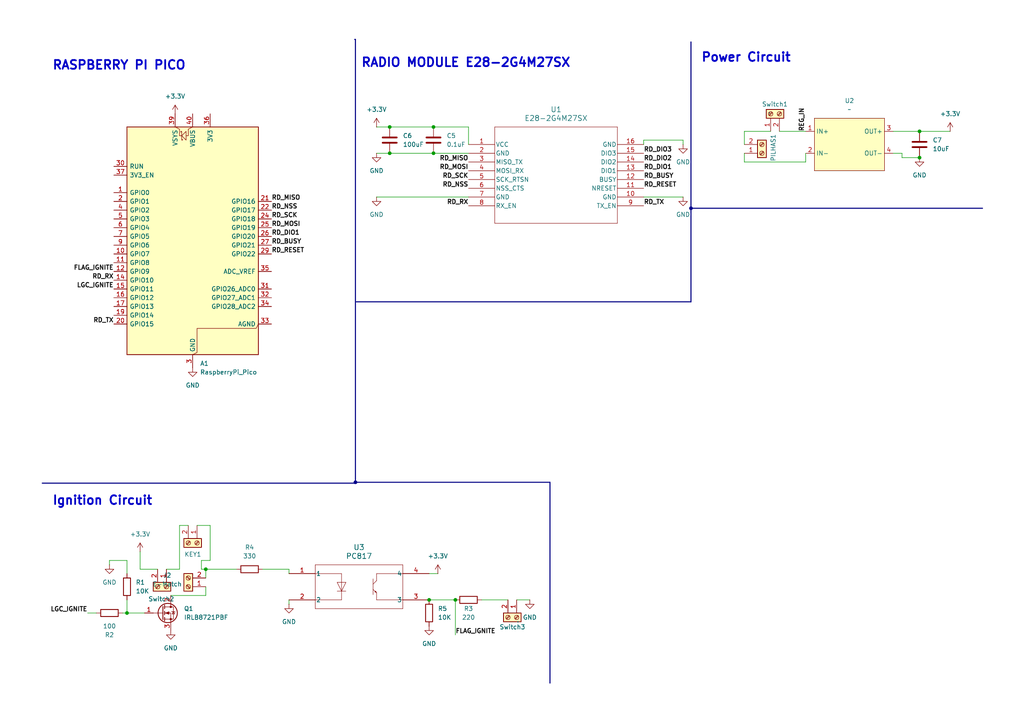
<source format=kicad_sch>
(kicad_sch (version 20250114) (generator "eeschema") (generator_version "9.0")
  (paper "A4")
  (lib_symbols
    (symbol "Connector:Screw_Terminal_01x02" (pin_names (offset 1.016) (hide yes))
      (property "Reference" "J" (at 0 2.54 0))
      (property "Value" "Screw_Terminal_01x02" (at 0 -5.08 0))
      (symbol "Screw_Terminal_01x02_1_1"
        (rectangle (start -1.27 1.27) (end 1.27 -3.81) (stroke (width 0.254)) (fill (type background)))
        (polyline (pts (xy -0.5334 0.3302) (xy 0.3302 -0.508)) (stroke (width 0.1524)))
        (polyline (pts (xy -0.5334 -2.2098) (xy 0.3302 -3.048)) (stroke (width 0.1524)))
        (polyline (pts (xy -0.3556 0.508) (xy 0.508 -0.3302)) (stroke (width 0.1524)))
        (polyline (pts (xy -0.3556 -2.032) (xy 0.508 -2.8702)) (stroke (width 0.1524)))
        (circle (center 0 0) (radius 0.635) (stroke (width 0.1524)))
        (circle (center 0 -2.54) (radius 0.635) (stroke (width 0.1524)))
        (pin passive line (at -5.08 0 0) (length 3.81) (name "Pin_1") (number "1"))
        (pin passive line (at -5.08 -2.54 0) (length 3.81) (name "Pin_2") (number "2"))
      )
    )
    (symbol "Device:C" (pin_numbers (hide yes)) (pin_names (offset 0.254))
      (property "Reference" "C" (at 0.635 2.54 0))
      (property "Value" "C" (at 0.635 -2.54 0))
      (symbol "C_0_1"
        (polyline (pts (xy -2.032 0.762) (xy 2.032 0.762)) (stroke (width 0.508)))
        (polyline (pts (xy -2.032 -0.762) (xy 2.032 -0.762)) (stroke (width 0.508)))
      )
      (symbol "C_1_1"
        (pin passive line (at 0 3.81 270) (length 2.794) (name "~") (number "1"))
        (pin passive line (at 0 -3.81 90) (length 2.794) (name "~") (number "2"))
      )
    )
    (symbol "Device:R" (pin_numbers (hide yes)) (pin_names (offset 0))
      (property "Reference" "R" (at 2.032 0 90))
      (property "Value" "R" (at 0 0 90))
      (symbol "R_0_1"
        (rectangle (start -1.016 -2.54) (end 1.016 2.54) (stroke (width 0.254)))
      )
      (symbol "R_1_1"
        (pin passive line (at 0 3.81 270) (length 1.27) (name "~") (number "1"))
        (pin passive line (at 0 -3.81 90) (length 1.27) (name "~") (number "2"))
      )
    )
    (symbol "MCU_Module:RaspberryPi_Pico" (pin_names (offset 0.762))
      (property "Reference" "A" (at -19.05 35.56 0))
      (property "Value" "RaspberryPi_Pico" (at 7.62 35.56 0))
      (symbol "RaspberryPi_Pico_0_1"
        (rectangle (start -19.05 34.29) (end 19.05 -31.75) (stroke (width 0.254)) (fill (type background)))
        (polyline (pts (xy -5.08 34.29) (xy -3.81 33.655) (xy -3.81 31.75) (xy -3.175 31.75)))
        (polyline (pts (xy -3.429 32.766) (xy -3.429 33.02) (xy -3.175 33.02) (xy -3.175 30.48) (xy -2.921 30.48) (xy -2.921 30.734)))
        (polyline (pts (xy -3.175 31.75) (xy -1.905 33.02) (xy -1.905 30.48) (xy -3.175 31.75)))
        (polyline (pts (xy 0 34.29) (xy -1.27 33.655) (xy -1.27 31.75) (xy -1.905 31.75)))
        (polyline (pts (xy 0 -31.75) (xy 1.27 -31.115) (xy 1.27 -24.13) (xy 18.415 -24.13) (xy 19.05 -22.86)))
      )
      (symbol "RaspberryPi_Pico_1_1"
        (pin passive line (at -22.86 22.86 0) (length 3.81) (name "RUN") (number "30"))
        (pin passive line (at -22.86 20.32 0) (length 3.81) (name "3V3_EN") (number "37"))
        (pin bidirectional line (at -22.86 15.24 0) (length 3.81) (name "GPIO0") (number "1"))
        (pin bidirectional line (at -22.86 12.7 0) (length 3.81) (name "GPIO1") (number "2"))
        (pin bidirectional line (at -22.86 10.16 0) (length 3.81) (name "GPIO2") (number "4"))
        (pin bidirectional line (at -22.86 7.62 0) (length 3.81) (name "GPIO3") (number "5"))
        (pin bidirectional line (at -22.86 5.08 0) (length 3.81) (name "GPIO4") (number "6"))
        (pin bidirectional line (at -22.86 2.54 0) (length 3.81) (name "GPIO5") (number "7"))
        (pin bidirectional line (at -22.86 0 0) (length 3.81) (name "GPIO6") (number "9"))
        (pin bidirectional line (at -22.86 -2.54 0) (length 3.81) (name "GPIO7") (number "10"))
        (pin bidirectional line (at -22.86 -5.08 0) (length 3.81) (name "GPIO8") (number "11"))
        (pin bidirectional line (at -22.86 -7.62 0) (length 3.81) (name "GPIO9") (number "12"))
        (pin bidirectional line (at -22.86 -10.16 0) (length 3.81) (name "GPIO10") (number "14"))
        (pin bidirectional line (at -22.86 -12.7 0) (length 3.81) (name "GPIO11") (number "15"))
        (pin bidirectional line (at -22.86 -15.24 0) (length 3.81) (name "GPIO12") (number "16"))
        (pin bidirectional line (at -22.86 -17.78 0) (length 3.81) (name "GPIO13") (number "17"))
        (pin bidirectional line (at -22.86 -20.32 0) (length 3.81) (name "GPIO14") (number "19"))
        (pin bidirectional line (at -22.86 -22.86 0) (length 3.81) (name "GPIO15") (number "20"))
        (pin power_in line (at -5.08 38.1 270) (length 3.81) (name "VSYS") (number "39"))
        (pin power_out line (at 0 38.1 270) (length 3.81) (name "VBUS") (number "40"))
        (pin passive line (at 0 -35.56 90) (length 3.81) (hide yes) (name "GND") (number "13"))
        (pin passive line (at 0 -35.56 90) (length 3.81) (hide yes) (name "GND") (number "18"))
        (pin passive line (at 0 -35.56 90) (length 3.81) (hide yes) (name "GND") (number "23"))
        (pin passive line (at 0 -35.56 90) (length 3.81) (hide yes) (name "GND") (number "28"))
        (pin power_out line (at 0 -35.56 90) (length 3.81) (name "GND") (number "3"))
        (pin passive line (at 0 -35.56 90) (length 3.81) (hide yes) (name "GND") (number "38"))
        (pin passive line (at 0 -35.56 90) (length 3.81) (hide yes) (name "GND") (number "8"))
        (pin power_out line (at 5.08 38.1 270) (length 3.81) (name "3V3") (number "36"))
        (pin bidirectional line (at 22.86 12.7 180) (length 3.81) (name "GPIO16") (number "21"))
        (pin bidirectional line (at 22.86 10.16 180) (length 3.81) (name "GPIO17") (number "22"))
        (pin bidirectional line (at 22.86 7.62 180) (length 3.81) (name "GPIO18") (number "24"))
        (pin bidirectional line (at 22.86 5.08 180) (length 3.81) (name "GPIO19") (number "25"))
        (pin bidirectional line (at 22.86 2.54 180) (length 3.81) (name "GPIO20") (number "26"))
        (pin bidirectional line (at 22.86 0 180) (length 3.81) (name "GPIO21") (number "27"))
        (pin bidirectional line (at 22.86 -2.54 180) (length 3.81) (name "GPIO22") (number "29"))
        (pin power_in line (at 22.86 -7.62 180) (length 3.81) (name "ADC_VREF") (number "35"))
        (pin bidirectional line (at 22.86 -12.7 180) (length 3.81) (name "GPIO26_ADC0") (number "31"))
        (pin bidirectional line (at 22.86 -15.24 180) (length 3.81) (name "GPIO27_ADC1") (number "32"))
        (pin bidirectional line (at 22.86 -17.78 180) (length 3.81) (name "GPIO28_ADC2") (number "34"))
        (pin power_out line (at 22.86 -22.86 180) (length 3.81) (name "AGND") (number "33"))
      )
    )
    (symbol "Mini Dc-Dc:MiniDCDCBoost"
      (property "Reference" "U" (at 0 0 0))
      (symbol "MiniDCDCBoost_1_1"
        (rectangle (start -10.16 7.62) (end 10.16 -7.62) (fill (type background)))
        (pin input line (at -12.7 3.81 0) (length 2.54) (name "IN+") (number "1"))
        (pin input line (at -12.7 -2.54 0) (length 2.54) (name "IN-") (number "2"))
        (pin output line (at 12.7 3.81 180) (length 2.54) (name "OUT+") (number "3"))
        (pin output line (at 12.7 -2.54 180) (length 2.54) (name "OUT-") (number "4"))
      )
    )
    (symbol "Modulo.E28-2G4M27SX:E28-2G4M27SX" (pin_names (offset 0.254))
      (property "Reference" "U" (at 25.4 10.16 0))
      (property "Value" "E28-2G4M27SX" (at 25.4 7.62 0))
      (symbol "E28-2G4M27SX_0_1"
        (polyline (pts (xy 7.62 5.08) (xy 7.62 -22.86)) (stroke (width 0.127)))
        (polyline (pts (xy 7.62 -22.86) (xy 43.18 -22.86)) (stroke (width 0.127)))
        (polyline (pts (xy 43.18 5.08) (xy 7.62 5.08)) (stroke (width 0.127)))
        (polyline (pts (xy 43.18 -22.86) (xy 43.18 5.08)) (stroke (width 0.127)))
        (pin power_in line (at 0 0 0) (length 7.62) (name "VCC") (number "1"))
        (pin power_out line (at 0 -2.54 0) (length 7.62) (name "GND") (number "2"))
        (pin output line (at 0 -5.08 0) (length 7.62) (name "MISO_TX") (number "3"))
        (pin input line (at 0 -7.62 0) (length 7.62) (name "MOSI_RX") (number "4"))
        (pin input line (at 0 -10.16 0) (length 7.62) (name "SCK_RTSN") (number "5"))
        (pin input line (at 0 -12.7 0) (length 7.62) (name "NSS_CTS") (number "6"))
        (pin power_out line (at 0 -15.24 0) (length 7.62) (name "GND") (number "7"))
        (pin input line (at 0 -17.78 0) (length 7.62) (name "RX_EN") (number "8"))
        (pin power_out line (at 50.8 0 180) (length 7.62) (name "GND") (number "16"))
        (pin bidirectional line (at 50.8 -2.54 180) (length 7.62) (name "DIO3") (number "15"))
        (pin bidirectional line (at 50.8 -5.08 180) (length 7.62) (name "DIO2") (number "14"))
        (pin bidirectional line (at 50.8 -7.62 180) (length 7.62) (name "DIO1") (number "13"))
        (pin output line (at 50.8 -10.16 180) (length 7.62) (name "BUSY") (number "12"))
        (pin input line (at 50.8 -12.7 180) (length 7.62) (name "NRESET") (number "11"))
        (pin power_out line (at 50.8 -15.24 180) (length 7.62) (name "GND") (number "10"))
        (pin input line (at 50.8 -17.78 180) (length 7.62) (name "TX_EN") (number "9"))
      )
    )
    (symbol "PC817:PC817" (pin_names (offset 0.254))
      (property "Reference" "U" (at 20.32 7.62 0))
      (property "Value" "PC817" (at 20.32 7.62 0))
      (symbol "PC817_0_1"
        (polyline (pts (xy 7.62 2.54) (xy 7.62 -10.16)) (stroke (width 0.127)))
        (polyline (pts (xy 7.62 0) (xy 15.24 0)) (stroke (width 0.127)))
        (polyline (pts (xy 7.62 -10.16) (xy 33.02 -10.16)) (stroke (width 0.127)))
        (polyline (pts (xy 13.97 -2.54) (xy 15.24 -5.08)) (stroke (width 0.127)))
        (polyline (pts (xy 13.97 -2.54) (xy 16.51 -2.54)) (stroke (width 0.127)))
        (polyline (pts (xy 13.97 -5.08) (xy 16.51 -5.08)) (stroke (width 0.127)))
        (polyline (pts (xy 15.24 0) (xy 15.24 -7.62)) (stroke (width 0.127)))
        (polyline (pts (xy 15.24 -5.08) (xy 16.51 -2.54)) (stroke (width 0.127)))
        (polyline (pts (xy 15.24 -7.62) (xy 7.62 -7.62)) (stroke (width 0.127)))
        (polyline (pts (xy 24.384 -1.524) (xy 24.384 -6.096)) (stroke (width 0.127)))
        (polyline (pts (xy 25.146 -5.334) (xy 24.384 -4.572)) (stroke (width 0.127)))
        (polyline (pts (xy 25.4 0) (xy 25.4 -2.032)) (stroke (width 0.127)))
        (polyline (pts (xy 25.4 0) (xy 33.02 0)) (stroke (width 0.127)))
        (polyline (pts (xy 25.4 -2.032) (xy 24.384 -3.048)) (stroke (width 0.127)))
        (polyline (pts (xy 25.4 -5.588) (xy 25.146 -5.08) (xy 24.892 -5.334)) (fill (type outline)))
        (polyline (pts (xy 25.4 -7.62) (xy 25.4 -5.588)) (stroke (width 0.127)))
        (polyline (pts (xy 33.02 2.54) (xy 7.62 2.54)) (stroke (width 0.127)))
        (polyline (pts (xy 33.02 -7.62) (xy 25.4 -7.62)) (stroke (width 0.127)))
        (polyline (pts (xy 33.02 -10.16) (xy 33.02 2.54)) (stroke (width 0.127)))
        (pin unspecified line (at 0 0 0) (length 7.62) (name "1") (number "1"))
        (pin unspecified line (at 0 -7.62 0) (length 7.62) (name "2") (number "2"))
        (pin unspecified line (at 40.64 0 180) (length 7.62) (name "4") (number "4"))
        (pin unspecified line (at 40.64 -7.62 180) (length 7.62) (name "3") (number "3"))
      )
    )
    (symbol "Transistor_FET:IRLB8721PBF" (pin_names (hide yes))
      (property "Reference" "Q" (at 5.08 1.905 0))
      (property "Value" "IRLB8721PBF" (at 5.08 0 0))
      (symbol "IRLB8721PBF_0_1"
        (polyline (pts (xy 0.254 1.905) (xy 0.254 -1.905)) (stroke (width 0.254)))
        (polyline (pts (xy 0.254 0) (xy -2.54 0)))
        (polyline (pts (xy 0.762 2.286) (xy 0.762 1.27)) (stroke (width 0.254)))
        (polyline (pts (xy 0.762 0.508) (xy 0.762 -0.508)) (stroke (width 0.254)))
        (polyline (pts (xy 0.762 -1.27) (xy 0.762 -2.286)) (stroke (width 0.254)))
        (polyline (pts (xy 0.762 -1.778) (xy 3.302 -1.778) (xy 3.302 1.778) (xy 0.762 1.778)))
        (polyline (pts (xy 1.016 0) (xy 2.032 0.381) (xy 2.032 -0.381) (xy 1.016 0)) (fill (type outline)))
        (circle (center 1.651 0) (radius 2.794) (stroke (width 0.254)))
        (polyline (pts (xy 2.54 2.54) (xy 2.54 1.778)))
        (circle (center 2.54 1.778) (radius 0.254) (fill (type outline)))
        (circle (center 2.54 -1.778) (radius 0.254) (fill (type outline)))
        (polyline (pts (xy 2.54 -2.54) (xy 2.54 0) (xy 0.762 0)))
        (polyline (pts (xy 2.794 0.508) (xy 2.921 0.381) (xy 3.683 0.381) (xy 3.81 0.254)))
        (polyline (pts (xy 3.302 0.381) (xy 2.921 -0.254) (xy 3.683 -0.254) (xy 3.302 0.381)))
      )
      (symbol "IRLB8721PBF_1_1"
        (pin input line (at -5.08 0 0) (length 2.54) (name "G") (number "1"))
        (pin passive line (at 2.54 5.08 270) (length 2.54) (name "D") (number "2"))
        (pin passive line (at 2.54 -5.08 90) (length 2.54) (name "S") (number "3"))
      )
    )
    (symbol "power:+3.3V" (power) (pin_numbers (hide yes)) (pin_names (offset 0) (hide yes))
      (property "Value" "+3.3V" (at 0 3.556 0))
      (symbol "+3.3V_0_1"
        (polyline (pts (xy -0.762 1.27) (xy 0 2.54)))
        (polyline (pts (xy 0 2.54) (xy 0.762 1.27)))
        (polyline (pts (xy 0 0) (xy 0 2.54)))
      )
      (symbol "+3.3V_1_1"
        (pin power_in line (at 0 0 90) (length 0) (name "~") (number "1"))
      )
    )
    (symbol "power:GND" (power) (pin_numbers (hide yes)) (pin_names (offset 0) (hide yes))
      (property "Value" "GND" (at 0 -3.81 0))
      (symbol "GND_0_1"
        (polyline (pts (xy 0 0) (xy 0 -1.27) (xy 1.27 -1.27) (xy 0 -2.54) (xy -1.27 -1.27) (xy 0 -1.27)))
      )
      (symbol "GND_1_1"
        (pin power_in line (at 0 0 270) (length 0) (name "~") (number "1"))
      )
    )
  )
  (text "Ignition Circuit\n" (at 29.718 145.288 0) (effects (font (size 2.54 2.54) (thickness 0.508) (bold yes))))
  (text "Power Circuit" (at 216.408 16.764 0) (effects (font (size 2.54 2.54) (thickness 0.508) (bold yes))))
  (text "RADIO MODULE E28-2G4M27SX" (at 135.128 18.288 0) (effects (font (size 2.54 2.54) (thickness 0.508) (bold yes))))
  (text "RASPBERRY PI PICO" (at 34.544 19.05 0) (effects (font (size 2.54 2.54) (thickness 0.508) (bold yes))))
  (junction (at 113.03 44.45))
  (junction (at 36.83 177.8))
  (junction (at 125.73 36.83))
  (junction (at 200.4098 60.4037))
  (junction (at 59.69 165.1))
  (junction (at 103.0892 139.883))
  (junction (at 132.08 173.99))
  (junction (at 266.7 38.1))
  (junction (at 124.46 173.99))
  (junction (at 266.7 45.72))
  (junction (at 125.73 44.45))
  (junction (at 113.03 36.83))
  (wire (pts (xy 215.9 46.99) (xy 233.68 46.99)))
  (wire (pts (xy 40.64 165.1) (xy 45.72 165.1)))
  (wire (pts (xy 59.69 172.72) (xy 49.53 172.72)))
  (wire (pts (xy 25.4 177.8) (xy 27.94 177.8)))
  (bus (pts (xy 159.5156 139.883) (xy 159.5156 198.12)))
  (wire (pts (xy 36.83 166.37) (xy 36.83 162.56)))
  (wire (pts (xy 186.69 40.64) (xy 186.69 41.91)))
  (wire (pts (xy 125.73 44.45) (xy 135.89 44.45)))
  (wire (pts (xy 52.07 165.1) (xy 48.26 165.1)))
  (wire (pts (xy 35.56 177.8) (xy 36.83 177.8)))
  (wire (pts (xy 226.06 38.1) (xy 233.68 38.1)))
  (wire (pts (xy 83.82 175.26) (xy 83.82 173.99)))
  (wire (pts (xy 58.42 165.1) (xy 58.42 162.56)))
  (bus (pts (xy 200.4098 12.1623) (xy 200.4098 60.4037)))
  (bus (pts (xy 103.0892 11.43) (xy 102.87 11.43)))
  (wire (pts (xy 261.62 45.72) (xy 261.62 44.45)))
  (wire (pts (xy 60.96 162.56) (xy 60.96 152.4)))
  (wire (pts (xy 59.69 170.18) (xy 59.69 172.72)))
  (wire (pts (xy 109.22 44.45) (xy 113.03 44.45)))
  (wire (pts (xy 60.96 152.4) (xy 57.15 152.4)))
  (wire (pts (xy 135.89 41.91) (xy 135.89 36.83)))
  (wire (pts (xy 59.69 167.64) (xy 59.69 165.1)))
  (wire (pts (xy 198.12 40.64) (xy 198.12 41.91)))
  (wire (pts (xy 139.7 173.99) (xy 147.32 173.99)))
  (wire (pts (xy 59.69 165.1) (xy 58.42 165.1)))
  (wire (pts (xy 215.9 38.1) (xy 223.52 38.1)))
  (wire (pts (xy 31.75 162.56) (xy 31.75 163.83)))
  (wire (pts (xy 83.82 165.1) (xy 83.82 166.37)))
  (wire (pts (xy 113.03 44.45) (xy 125.73 44.45)))
  (wire (pts (xy 233.68 46.99) (xy 233.68 44.45)))
  (wire (pts (xy 59.69 165.1) (xy 68.58 165.1)))
  (wire (pts (xy 109.22 57.15) (xy 135.89 57.15)))
  (wire (pts (xy 58.42 162.56) (xy 60.96 162.56)))
  (bus (pts (xy 12.2565 140.1357) (xy 103.0892 140.1357)))
  (wire (pts (xy 76.2 165.1) (xy 83.82 165.1)))
  (wire (pts (xy 127 166.37) (xy 124.46 166.37)))
  (bus (pts (xy 103.0892 139.883) (xy 103.0892 140.1357)))
  (wire (pts (xy 186.69 57.15) (xy 198.12 57.15)))
  (wire (pts (xy 266.7 45.72) (xy 261.62 45.72)))
  (wire (pts (xy 40.64 160.02) (xy 40.64 165.1)))
  (wire (pts (xy 266.7 38.1) (xy 275.59 38.1)))
  (wire (pts (xy 109.22 36.83) (xy 113.03 36.83)))
  (wire (pts (xy 259.08 38.1) (xy 266.7 38.1)))
  (wire (pts (xy 52.07 152.4) (xy 52.07 165.1)))
  (wire (pts (xy 113.03 36.83) (xy 125.73 36.83)))
  (bus (pts (xy 103.0892 139.883) (xy 159.5156 139.883)))
  (wire (pts (xy 125.73 36.83) (xy 135.89 36.83)))
  (wire (pts (xy 54.61 152.4) (xy 52.07 152.4)))
  (bus (pts (xy 200.4098 60.4037) (xy 200.4098 87.5345)))
  (bus (pts (xy 103.3663 87.5345) (xy 200.4098 87.5345)))
  (wire (pts (xy 124.46 173.99) (xy 132.08 173.99)))
  (wire (pts (xy 215.9 46.99) (xy 215.9 44.45)))
  (wire (pts (xy 132.08 173.99) (xy 132.08 184.15)))
  (bus (pts (xy 103.0892 11.43) (xy 103.0892 139.883)))
  (wire (pts (xy 149.86 173.99) (xy 153.67 173.99)))
  (wire (pts (xy 215.9 41.91) (xy 215.9 38.1)))
  (bus (pts (xy 200.4098 60.4037) (xy 284.9702 60.4037)))
  (wire (pts (xy 36.83 162.56) (xy 31.75 162.56)))
  (wire (pts (xy 41.91 177.8) (xy 36.83 177.8)))
  (wire (pts (xy 36.83 173.99) (xy 36.83 177.8)))
  (wire (pts (xy 261.62 44.45) (xy 259.08 44.45)))
  (wire (pts (xy 186.69 40.64) (xy 198.12 40.64)))
  (label "RD_MOSI" (at 78.74 66.04 0) (effects (font (thickness 0.254) (bold yes))))
  (label "RD_RX" (at 135.89 59.69 180) (effects (font (thickness 0.254) (bold yes))))
  (label "LGC_IGNITE" (at 33.02 83.82 180) (effects (font (thickness 0.254) (bold yes))))
  (label "RD_RESET" (at 78.74 73.66 0) (effects (font (thickness 0.254) (bold yes))))
  (label "RD_DIO2" (at 186.69 46.99 0) (effects (font (thickness 0.254) (bold yes))))
  (label "RD_MOSI" (at 135.89 49.53 180) (effects (font (thickness 0.254) (bold yes))))
  (label "RD_NSS" (at 78.74 60.96 0) (effects (font (thickness 0.254) (bold yes))))
  (label "RD_DIO1" (at 78.74 68.58 0) (effects (font (thickness 0.254) (bold yes))))
  (label "RD_MISO" (at 78.74 58.42 0) (effects (font (thickness 0.254) (bold yes))))
  (label "RD_DIO3" (at 186.69 44.45 0) (effects (font (thickness 0.254) (bold yes))))
  (label "RD_SCK" (at 135.89 52.07 180) (effects (font (thickness 0.254) (bold yes))))
  (label "RD_BUSY" (at 78.74 71.12 0) (effects (font (thickness 0.254) (bold yes))))
  (label "FLAG_IGNITE" (at 132.08 184.15 0) (effects (font (thickness 0.254) (bold yes))))
  (label "FLAG_IGNITE" (at 33.02 78.74 180) (effects (font (thickness 0.254) (bold yes))))
  (label "RD_NSS" (at 135.89 54.61 180) (effects (font (thickness 0.254) (bold yes))))
  (label "RD_RX" (at 33.02 81.28 180) (effects (font (thickness 0.254) (bold yes))))
  (label "RD_DIO1" (at 186.69 49.53 0) (effects (font (thickness 0.254) (bold yes))))
  (label "RD_TX" (at 33.02 93.98 180) (effects (font (thickness 0.254) (bold yes))))
  (label "RD_RESET" (at 186.69 54.61 0) (effects (font (thickness 0.254) (bold yes))))
  (label "RD_MISO" (at 135.89 46.99 180) (effects (font (thickness 0.254) (bold yes))))
  (label "RD_SCK" (at 78.74 63.5 0) (effects (font (thickness 0.254) (bold yes))))
  (label "REG_IN" (at 233.68 38.1 90) (effects (font (thickness 0.254) (bold yes))))
  (label "RD_BUSY" (at 186.69 52.07 0) (effects (font (thickness 0.254) (bold yes))))
  (label "LGC_IGNITE" (at 25.4 177.8 180) (effects (font (thickness 0.254) (bold yes))))
  (label "RD_TX" (at 186.69 59.69 0) (effects (font (thickness 0.254) (bold yes))))
  (symbol (lib_id "Connector:Screw_Terminal_01x02") (at 48.26 170.18 270) (unit 1)
    (property "Reference" "Switch2" (at 50.546 173.736 90) (effects (justify right)))
    (property "Value" "Screw_Terminal_01x02" (effects (hide yes)))
    (property "Footprint" "TerminalBlock:TerminalBlock_Xinya_XY308-2.54-2P_1x02_P2.54mm_Horizontal" (effects (hide yes)))
    (property "Description" "Generic screw terminal, single row, 01x02, script generated (kicad-library-utils/schlib/autogen/connector/)" (effects (hide yes)))
  )
  (symbol (lib_id "power:GND") (at 49.53 182.88 0) (unit 1)
    (property "Reference" "#PWR016" (effects (hide yes)))
    (property "Value" "GND" (at 49.53 187.96 0))
    (property "Description" "Power symbol creates a global label with name \"GND\" , ground" (effects (hide yes)))
  )
  (symbol (lib_id "power:+3.3V") (at 275.59 38.1 0) (unit 1)
    (property "Reference" "#PWR01" (effects (hide yes)))
    (property "Value" "+3.3V" (at 275.59 33.02 0))
    (property "Description" "Power symbol creates a global label with name \"+3.3V\"" (effects (hide yes)))
  )
  (symbol (lib_id "MCU_Module:RaspberryPi_Pico") (at 55.88 71.12 0) (unit 1)
    (property "Reference" "A1" (at 58.0233 105.41 0) (effects (justify left)))
    (property "Value" "RaspberryPi_Pico" (at 58.0233 107.95 0) (effects (justify left)))
    (property "Footprint" "Module:RaspberryPi_Pico_Common_Unspecified" (effects (hide yes)))
    (property "Datasheet" "https://datasheets.raspberrypi.com/pico/pico-datasheet.pdf" (effects (hide yes)))
    (property "Description" "Versatile and inexpensive microcontroller module powered by RP2040 dual-core Arm Cortex-M0+ processor up to 133 MHz, 264kB SRAM, 2MB QSPI flash; also supports Raspberry Pi Pico 2" (effects (hide yes)))
  )
  (symbol (lib_id "Device:R") (at 36.83 170.18 0) (unit 1)
    (property "Reference" "R1" (at 39.37 168.9099 0) (effects (justify left)))
    (property "Value" "10K" (at 39.37 171.4499 0) (effects (justify left)))
    (property "Footprint" "Resistor_SMD:R_0402_1005Metric" (effects (hide yes)))
    (property "Description" "Resistor" (effects (hide yes)))
  )
  (symbol (lib_id "Connector:Screw_Terminal_01x02") (at 57.15 157.48 270) (unit 1)
    (property "Reference" "KEY1" (at 58.42 160.782 90) (effects (justify right)))
    (property "Value" "Screw_Terminal_01x02" (effects (hide yes)))
    (property "Footprint" "TerminalBlock:TerminalBlock_Xinya_XY308-2.54-2P_1x02_P2.54mm_Horizontal" (effects (hide yes)))
    (property "Description" "Generic screw terminal, single row, 01x02, script generated (kicad-library-utils/schlib/autogen/connector/)" (effects (hide yes)))
  )
  (symbol (lib_id "power:GND") (at 83.82 175.26 0) (unit 1)
    (property "Reference" "#PWR012" (effects (hide yes)))
    (property "Value" "GND" (at 83.82 180.34 0))
    (property "Description" "Power symbol creates a global label with name \"GND\" , ground" (effects (hide yes)))
  )
  (symbol (lib_id "power:GND") (at 198.12 57.15 0) (mirror y) (unit 1)
    (property "Reference" "#PWR05" (effects (hide yes)))
    (property "Value" "GND" (at 198.12 62.23 0))
    (property "Description" "Power symbol creates a global label with name \"GND\" , ground" (effects (hide yes)))
  )
  (symbol (lib_id "Modulo.E28-2G4M27SX:E28-2G4M27SX") (at 135.89 41.91 0) (unit 1)
    (property "Reference" "U1" (at 161.29 31.75 0) (effects (font (size 1.524 1.524))))
    (property "Value" "E28-2G4M27SX" (at 161.29 34.29 0) (effects (font (size 1.524 1.524))))
    (property "Footprint" "E28-2G4M27SX_CGD" (effects (hide yes)))
    (property "Datasheet" "E28-2G4M27SX" (effects (hide yes)))
  )
  (symbol (lib_id "Device:R") (at 31.75 177.8 270) (mirror x) (unit 1)
    (property "Reference" "R2" (at 31.75 184.15 90))
    (property "Value" "100" (at 31.75 181.61 90))
    (property "Footprint" "Resistor_SMD:R_0402_1005Metric" (effects (hide yes)))
    (property "Description" "Resistor" (effects (hide yes)))
  )
  (symbol (lib_id "Connector:Screw_Terminal_01x02") (at 149.86 179.07 270) (unit 1)
    (property "Reference" "Switch3" (at 152.4 181.864 90) (effects (justify right)))
    (property "Value" "." (at 150.622 179.832 90) (effects (justify right)))
    (property "Footprint" "TerminalBlock:TerminalBlock_Xinya_XY308-2.54-2P_1x02_P2.54mm_Horizontal" (effects (hide yes)))
    (property "Description" "Generic screw terminal, single row, 01x02, script generated (kicad-library-utils/schlib/autogen/connector/)" (effects (hide yes)))
  )
  (symbol (lib_id "power:GND") (at 31.75 163.83 0) (unit 1)
    (property "Reference" "#PWR015" (effects (hide yes)))
    (property "Value" "GND" (at 31.75 168.91 0))
    (property "Description" "Power symbol creates a global label with name \"GND\" , ground" (effects (hide yes)))
  )
  (symbol (lib_id "power:+3.3V") (at 127 166.37 0) (unit 1)
    (property "Reference" "#PWR011" (effects (hide yes)))
    (property "Value" "+3.3V" (at 127 161.29 0))
    (property "Description" "Power symbol creates a global label with name \"+3.3V\"" (effects (hide yes)))
  )
  (symbol (lib_id "power:GND") (at 109.22 44.45 0) (mirror y) (unit 1)
    (property "Reference" "#PWR08" (effects (hide yes)))
    (property "Value" "GND" (at 109.22 49.53 0))
    (property "Description" "Power symbol creates a global label with name \"GND\" , ground" (effects (hide yes)))
  )
  (symbol (lib_id "PC817:PC817") (at 83.82 166.37 0) (unit 1)
    (property "Reference" "U3" (at 104.14 158.75 0) (effects (font (size 1.524 1.524))))
    (property "Value" "PC817" (at 104.14 161.29 0) (effects (font (size 1.524 1.524))))
    (property "Footprint" "PC817X_SHP" (effects (hide yes)))
    (property "Datasheet" "PC817" (effects (hide yes)))
  )
  (symbol (lib_id "Device:C") (at 266.7 41.91 0) (unit 1)
    (property "Reference" "C7" (at 270.51 40.6399 0) (effects (justify left)))
    (property "Value" "10uF" (at 270.51 43.1799 0) (effects (justify left)))
    (property "Footprint" "Capacitor_SMD:C_0402_1005Metric" (effects (hide yes)))
    (property "Description" "Unpolarized capacitor" (effects (hide yes)))
  )
  (symbol (lib_id "power:GND") (at 124.46 181.61 0) (unit 1)
    (property "Reference" "#PWR013" (effects (hide yes)))
    (property "Value" "GND" (at 124.46 186.69 0))
    (property "Description" "Power symbol creates a global label with name \"GND\" , ground" (effects (hide yes)))
  )
  (symbol (lib_id "power:GND") (at 55.88 106.68 0) (unit 1)
    (property "Reference" "#PWR02" (effects (hide yes)))
    (property "Value" "GND" (at 55.88 111.76 0))
    (property "Description" "Power symbol creates a global label with name \"GND\" , ground" (effects (hide yes)))
  )
  (symbol (lib_id "Device:C") (at 113.03 40.64 0) (unit 1)
    (property "Reference" "C6" (at 116.84 39.3699 0) (effects (justify left)))
    (property "Value" "100uF" (at 116.84 41.9099 0) (effects (justify left)))
    (property "Footprint" "Capacitor_SMD:C_0402_1005Metric" (effects (hide yes)))
    (property "Description" "Unpolarized capacitor" (effects (hide yes)))
  )
  (symbol (lib_id "Device:R") (at 124.46 177.8 0) (unit 1)
    (property "Reference" "R5" (at 127 176.5299 0) (effects (justify left)))
    (property "Value" "10K" (at 127 179.0699 0) (effects (justify left)))
    (property "Footprint" "Resistor_SMD:R_0402_1005Metric" (effects (hide yes)))
    (property "Description" "Resistor" (effects (hide yes)))
  )
  (symbol (lib_id "Device:R") (at 135.89 173.99 90) (unit 1)
    (property "Reference" "R3" (at 135.89 176.53 90))
    (property "Value" "220" (at 135.89 179.07 90))
    (property "Footprint" "Resistor_SMD:R_0402_1005Metric" (effects (hide yes)))
    (property "Description" "Resistor" (effects (hide yes)))
  )
  (symbol (lib_id "power:GND") (at 153.67 173.99 0) (unit 1)
    (property "Reference" "#PWR014" (effects (hide yes)))
    (property "Value" "GND" (at 153.67 179.07 0))
    (property "Description" "Power symbol creates a global label with name \"GND\" , ground" (effects (hide yes)))
  )
  (symbol (lib_id "Connector:Screw_Terminal_01x02") (at 54.61 170.18 180) (unit 1)
    (property "Reference" "J2" (at 48.514 166.878 0))
    (property "Value" "E-Match" (at 48.514 169.418 0))
    (property "Footprint" "TerminalBlock:TerminalBlock_Xinya_XY308-2.54-2P_1x02_P2.54mm_Horizontal" (effects (hide yes)))
    (property "Description" "Generic screw terminal, single row, 01x02, script generated (kicad-library-utils/schlib/autogen/connector/)" (effects (hide yes)))
  )
  (symbol (lib_id "power:GND") (at 266.7 45.72 0) (unit 1)
    (property "Reference" "#PWR010" (effects (hide yes)))
    (property "Value" "GND" (at 266.7 50.8 0))
    (property "Description" "Power symbol creates a global label with name \"GND\" , ground" (effects (hide yes)))
  )
  (symbol (lib_id "Connector:Screw_Terminal_01x02") (at 223.52 33.02 90) (unit 1)
    (property "Reference" "Switch1" (at 220.98 30.226 90) (effects (justify right)))
    (property "Value" "." (at 222.758 32.258 90) (effects (justify right)))
    (property "Footprint" "TerminalBlock:TerminalBlock_Xinya_XY308-2.54-2P_1x02_P2.54mm_Horizontal" (effects (hide yes)))
    (property "Description" "Generic screw terminal, single row, 01x02, script generated (kicad-library-utils/schlib/autogen/connector/)" (effects (hide yes)))
  )
  (symbol (lib_id "power:+3.3V") (at 50.8 33.02 0) (unit 1)
    (property "Reference" "#PWR03" (effects (hide yes)))
    (property "Value" "+3.3V" (at 50.8 27.94 0))
    (property "Description" "Power symbol creates a global label with name \"+3.3V\"" (effects (hide yes)))
  )
  (symbol (lib_id "Transistor_FET:IRLB8721PBF") (at 46.99 177.8 0) (unit 1)
    (property "Reference" "Q1" (at 53.34 176.5299 0) (effects (justify left)))
    (property "Value" "IRLB8721PBF" (at 53.34 179.0699 0) (effects (justify left)))
    (property "Footprint" "Package_TO_SOT_THT:TO-220-3_Vertical" (effects (hide yes)))
    (property "Datasheet" "http://www.infineon.com/dgdl/irlb8721pbf.pdf?fileId=5546d462533600a40153566056732591" (effects (hide yes)))
    (property "Description" "62A Id, 30V Vds, 8.7 mOhm Rds, N-Channel HEXFET Power MOSFET, TO-220" (effects (hide yes)))
  )
  (symbol (lib_id "Device:C") (at 125.73 40.64 0) (unit 1)
    (property "Reference" "C5" (at 129.54 39.3699 0) (effects (justify left)))
    (property "Value" "0.1uF" (at 129.54 41.9099 0) (effects (justify left)))
    (property "Footprint" "Capacitor_SMD:C_0402_1005Metric" (effects (hide yes)))
    (property "Description" "Unpolarized capacitor" (effects (hide yes)))
  )
  (symbol (lib_id "Device:R") (at 72.39 165.1 90) (unit 1)
    (property "Reference" "R4" (at 72.39 158.75 90))
    (property "Value" "330" (at 72.39 161.29 90))
    (property "Footprint" "Resistor_SMD:R_0402_1005Metric" (effects (hide yes)))
    (property "Description" "Resistor" (effects (hide yes)))
  )
  (symbol (lib_id "power:+3.3V") (at 40.64 160.02 0) (unit 1)
    (property "Reference" "#PWR06" (effects (hide yes)))
    (property "Value" "+3.3V" (at 40.64 154.94 0))
    (property "Description" "Power symbol creates a global label with name \"+3.3V\"" (effects (hide yes)))
  )
  (symbol (lib_id "power:+3.3V") (at 109.22 36.83 0) (unit 1)
    (property "Reference" "#PWR04" (effects (hide yes)))
    (property "Value" "+3.3V" (at 109.22 31.75 0))
    (property "Description" "Power symbol creates a global label with name \"+3.3V\"" (effects (hide yes)))
  )
  (symbol (lib_id "power:GND") (at 198.12 41.91 0) (unit 1)
    (property "Reference" "#PWR09" (effects (hide yes)))
    (property "Value" "GND" (at 198.12 46.99 0))
    (property "Description" "Power symbol creates a global label with name \"GND\" , ground" (effects (hide yes)))
  )
  (symbol (lib_id "Connector:Screw_Terminal_01x02") (at 220.98 44.45 0) (mirror x) (unit 1)
    (property "Reference" "PILHAS1" (at 224.282 38.862 90) (effects (justify left)))
    (property "Value" "Screw_Terminal_01x02" (effects (hide yes)))
    (property "Footprint" "TerminalBlock:TerminalBlock_Xinya_XY308-2.54-2P_1x02_P2.54mm_Horizontal" (effects (hide yes)))
    (property "Description" "Generic screw terminal, single row, 01x02, script generated (kicad-library-utils/schlib/autogen/connector/)" (effects (hide yes)))
  )
  (symbol (lib_id "Mini Dc-Dc:MiniDCDCBoost") (at 246.38 41.91 0) (unit 1)
    (property "Reference" "U2" (at 246.38 29.21 0))
    (property "Value" "~" (at 246.38 31.75 0))
    (property "Footprint" "DCDCModule:DCDC_Module" (effects (hide yes)))
  )
  (symbol (lib_id "power:GND") (at 109.22 57.15 0) (mirror y) (unit 1)
    (property "Reference" "#PWR07" (effects (hide yes)))
    (property "Value" "GND" (at 109.22 62.23 0))
    (property "Description" "Power symbol creates a global label with name \"GND\" , ground" (effects (hide yes)))
  )
)
</source>
